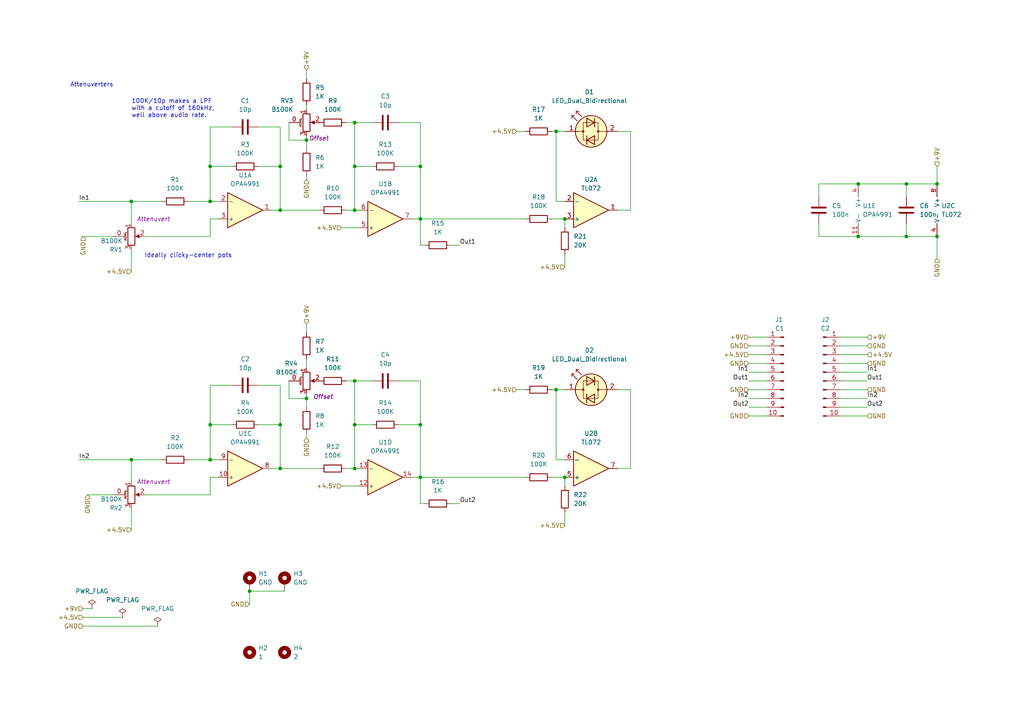
<source format=kicad_sch>
(kicad_sch (version 20211123) (generator eeschema)
  (paper "A4")
  (lib_symbols
    (symbol "Amplifier_Operational:MCP6004" (pin_names (offset 0.127))
      (property "Reference" "U" (at 0 5.08 0))
      (property "Value" "MCP6004" (at 0 -5.08 0))
      (symbol "MCP6004_1_1"
        (polyline (pts (xy -5.08 5.08) (xy 5.08 0) (xy -5.08 -5.08) (xy -5.08 5.08)) (stroke (width 0.254)) (fill (type background)))
        (pin output line (at 7.62 0 180) (length 2.54) (name "~") (number "1"))
        (pin input line (at -7.62 -2.54 0) (length 2.54) (name "-") (number "2"))
        (pin input line (at -7.62 2.54 0) (length 2.54) (name "+") (number "3"))
      )
      (symbol "MCP6004_2_1"
        (polyline (pts (xy -5.08 5.08) (xy 5.08 0) (xy -5.08 -5.08) (xy -5.08 5.08)) (stroke (width 0.254)) (fill (type background)))
        (pin input line (at -7.62 2.54 0) (length 2.54) (name "+") (number "5"))
        (pin input line (at -7.62 -2.54 0) (length 2.54) (name "-") (number "6"))
        (pin output line (at 7.62 0 180) (length 2.54) (name "~") (number "7"))
      )
      (symbol "MCP6004_3_1"
        (polyline (pts (xy -5.08 5.08) (xy 5.08 0) (xy -5.08 -5.08) (xy -5.08 5.08)) (stroke (width 0.254)) (fill (type background)))
        (pin input line (at -7.62 2.54 0) (length 2.54) (name "+") (number "10"))
        (pin output line (at 7.62 0 180) (length 2.54) (name "~") (number "8"))
        (pin input line (at -7.62 -2.54 0) (length 2.54) (name "-") (number "9"))
      )
      (symbol "MCP6004_4_1"
        (polyline (pts (xy -5.08 5.08) (xy 5.08 0) (xy -5.08 -5.08) (xy -5.08 5.08)) (stroke (width 0.254)) (fill (type background)))
        (pin input line (at -7.62 2.54 0) (length 2.54) (name "+") (number "12"))
        (pin input line (at -7.62 -2.54 0) (length 2.54) (name "-") (number "13"))
        (pin output line (at 7.62 0 180) (length 2.54) (name "~") (number "14"))
      )
      (symbol "MCP6004_5_1"
        (pin power_in line (at -2.54 -7.62 90) (length 3.81) (name "V-") (number "11"))
        (pin power_in line (at -2.54 7.62 270) (length 3.81) (name "V+") (number "4"))
      )
    )
    (symbol "Amplifier_Operational:TL072" (pin_names (offset 0.127))
      (property "Reference" "U" (at 0 5.08 0))
      (property "Value" "TL072" (at 0 -5.08 0))
      (symbol "TL072_1_1"
        (polyline (pts (xy -5.08 5.08) (xy 5.08 0) (xy -5.08 -5.08) (xy -5.08 5.08)) (stroke (width 0.254)) (fill (type background)))
        (pin output line (at 7.62 0 180) (length 2.54) (name "~") (number "1"))
        (pin input line (at -7.62 -2.54 0) (length 2.54) (name "-") (number "2"))
        (pin input line (at -7.62 2.54 0) (length 2.54) (name "+") (number "3"))
      )
      (symbol "TL072_2_1"
        (polyline (pts (xy -5.08 5.08) (xy 5.08 0) (xy -5.08 -5.08) (xy -5.08 5.08)) (stroke (width 0.254)) (fill (type background)))
        (pin input line (at -7.62 2.54 0) (length 2.54) (name "+") (number "5"))
        (pin input line (at -7.62 -2.54 0) (length 2.54) (name "-") (number "6"))
        (pin output line (at 7.62 0 180) (length 2.54) (name "~") (number "7"))
      )
      (symbol "TL072_3_1"
        (pin power_in line (at -2.54 -7.62 90) (length 3.81) (name "V-") (number "4"))
        (pin power_in line (at -2.54 7.62 270) (length 3.81) (name "V+") (number "8"))
      )
    )
    (symbol "Connector:Conn_01x10_Male" (pin_names (offset 1.016) hide)
      (property "Reference" "J" (at 0 12.7 0))
      (property "Value" "Conn_01x10_Male" (at 0 -15.24 0))
      (symbol "Conn_01x10_Male_1_1"
        (polyline (pts (xy 1.27 -12.7) (xy 0.8636 -12.7)) (stroke (width 0.1524)))
        (polyline (pts (xy 1.27 -10.16) (xy 0.8636 -10.16)) (stroke (width 0.1524)))
        (polyline (pts (xy 1.27 -7.62) (xy 0.8636 -7.62)) (stroke (width 0.1524)))
        (polyline (pts (xy 1.27 -5.08) (xy 0.8636 -5.08)) (stroke (width 0.1524)))
        (polyline (pts (xy 1.27 -2.54) (xy 0.8636 -2.54)) (stroke (width 0.1524)))
        (polyline (pts (xy 1.27 0) (xy 0.8636 0)) (stroke (width 0.1524)))
        (polyline (pts (xy 1.27 2.54) (xy 0.8636 2.54)) (stroke (width 0.1524)))
        (polyline (pts (xy 1.27 5.08) (xy 0.8636 5.08)) (stroke (width 0.1524)))
        (polyline (pts (xy 1.27 7.62) (xy 0.8636 7.62)) (stroke (width 0.1524)))
        (polyline (pts (xy 1.27 10.16) (xy 0.8636 10.16)) (stroke (width 0.1524)))
        (rectangle (start 0.8636 -12.573) (end 0 -12.827) (stroke (width 0.1524)) (fill (type outline)))
        (rectangle (start 0.8636 -10.033) (end 0 -10.287) (stroke (width 0.1524)) (fill (type outline)))
        (rectangle (start 0.8636 -7.493) (end 0 -7.747) (stroke (width 0.1524)) (fill (type outline)))
        (rectangle (start 0.8636 -4.953) (end 0 -5.207) (stroke (width 0.1524)) (fill (type outline)))
        (rectangle (start 0.8636 -2.413) (end 0 -2.667) (stroke (width 0.1524)) (fill (type outline)))
        (rectangle (start 0.8636 0.127) (end 0 -0.127) (stroke (width 0.1524)) (fill (type outline)))
        (rectangle (start 0.8636 2.667) (end 0 2.413) (stroke (width 0.1524)) (fill (type outline)))
        (rectangle (start 0.8636 5.207) (end 0 4.953) (stroke (width 0.1524)) (fill (type outline)))
        (rectangle (start 0.8636 7.747) (end 0 7.493) (stroke (width 0.1524)) (fill (type outline)))
        (rectangle (start 0.8636 10.287) (end 0 10.033) (stroke (width 0.1524)) (fill (type outline)))
        (pin passive line (at 5.08 10.16 180) (length 3.81) (name "Pin_1") (number "1"))
        (pin passive line (at 5.08 -12.7 180) (length 3.81) (name "Pin_10") (number "10"))
        (pin passive line (at 5.08 7.62 180) (length 3.81) (name "Pin_2") (number "2"))
        (pin passive line (at 5.08 5.08 180) (length 3.81) (name "Pin_3") (number "3"))
        (pin passive line (at 5.08 2.54 180) (length 3.81) (name "Pin_4") (number "4"))
        (pin passive line (at 5.08 0 180) (length 3.81) (name "Pin_5") (number "5"))
        (pin passive line (at 5.08 -2.54 180) (length 3.81) (name "Pin_6") (number "6"))
        (pin passive line (at 5.08 -5.08 180) (length 3.81) (name "Pin_7") (number "7"))
        (pin passive line (at 5.08 -7.62 180) (length 3.81) (name "Pin_8") (number "8"))
        (pin passive line (at 5.08 -10.16 180) (length 3.81) (name "Pin_9") (number "9"))
      )
    )
    (symbol "Device:C" (pin_numbers hide) (pin_names (offset 0.254))
      (property "Reference" "C" (at 0.635 2.54 0))
      (property "Value" "C" (at 0.635 -2.54 0))
      (symbol "C_0_1"
        (polyline (pts (xy -2.032 -0.762) (xy 2.032 -0.762)) (stroke (width 0.508)))
        (polyline (pts (xy -2.032 0.762) (xy 2.032 0.762)) (stroke (width 0.508)))
      )
      (symbol "C_1_1"
        (pin passive line (at 0 3.81 270) (length 2.794) (name "~") (number "1"))
        (pin passive line (at 0 -3.81 90) (length 2.794) (name "~") (number "2"))
      )
    )
    (symbol "Device:LED_Dual_Bidirectional" (pin_names (offset 0) hide)
      (property "Reference" "D" (at 0 5.715 0))
      (property "Value" "LED_Dual_Bidirectional" (at 0 -6.35 0))
      (symbol "LED_Dual_Bidirectional_0_1"
        (circle (center -2.032 0) (radius 0.254) (fill (type outline)))
        (polyline (pts (xy -4.572 0) (xy -2.54 0)))
        (polyline (pts (xy -2.032 0) (xy -2.54 0)))
        (polyline (pts (xy -1.016 3.81) (xy -1.016 1.27)) (stroke (width 0.254)))
        (polyline (pts (xy 1.27 -1.27) (xy 1.27 -3.81)) (stroke (width 0.254)))
        (polyline (pts (xy 4.064 0) (xy 2.286 0)) (fill (type outline)))
        (polyline (pts (xy 4.318 5.842) (xy 4.318 5.08)) (stroke (width 0.2032)))
        (polyline (pts (xy 5.588 4.572) (xy 5.588 3.81)) (stroke (width 0.2032)))
        (polyline (pts (xy 2.794 4.318) (xy 4.318 5.842) (xy 3.556 5.842)) (stroke (width 0.2032)))
        (polyline (pts (xy 4.064 3.048) (xy 5.588 4.572) (xy 4.826 4.572)) (stroke (width 0.2032)))
        (polyline (pts (xy -1.016 -1.27) (xy -1.016 -3.81) (xy 1.27 -2.54) (xy -1.016 -1.27)) (stroke (width 0.254)))
        (polyline (pts (xy 1.27 3.81) (xy 1.27 1.27) (xy -1.016 2.54) (xy 1.27 3.81)) (stroke (width 0.254)))
        (polyline (pts (xy 2.286 2.54) (xy -2.032 2.54) (xy -2.032 -2.54) (xy 2.286 -2.54) (xy 2.286 2.54)))
        (circle (center 0 0) (radius 4.572) (stroke (width 0.254)) (fill (type background)))
        (circle (center 2.286 0) (radius 0.254) (fill (type outline)))
      )
      (symbol "LED_Dual_Bidirectional_1_1"
        (pin input line (at 7.62 0 180) (length 3.81) (name "KA") (number "1"))
        (pin input line (at -7.62 0 0) (length 3.048) (name "AK") (number "2"))
      )
    )
    (symbol "Device:R" (pin_numbers hide) (pin_names (offset 0))
      (property "Reference" "R" (at 2.032 0 90))
      (property "Value" "R" (at 0 0 90))
      (symbol "R_0_1"
        (rectangle (start -1.016 -2.54) (end 1.016 2.54) (stroke (width 0.254)))
      )
      (symbol "R_1_1"
        (pin passive line (at 0 3.81 270) (length 1.27) (name "~") (number "1"))
        (pin passive line (at 0 -3.81 90) (length 1.27) (name "~") (number "2"))
      )
    )
    (symbol "Mechanical:MountingHole" (pin_names (offset 1.016))
      (property "Reference" "H" (at 0 5.08 0))
      (property "Value" "MountingHole" (at 0 3.175 0))
      (symbol "MountingHole_0_1"
        (circle (center 0 0) (radius 1.27) (stroke (width 1.27)))
      )
    )
    (symbol "Mechanical:MountingHole_Pad" (pin_numbers hide) (pin_names (offset 1.016) hide)
      (property "Reference" "H" (at 0 6.35 0))
      (property "Value" "MountingHole_Pad" (at 0 4.445 0))
      (symbol "MountingHole_Pad_0_1"
        (circle (center 0 1.27) (radius 1.27) (stroke (width 1.27)))
      )
      (symbol "MountingHole_Pad_1_1"
        (pin input line (at 0 -2.54 90) (length 2.54) (name "1") (number "1"))
      )
    )
    (symbol "R0904NB10KL-25KQ:R_Potentiometer_Shield" (pin_names (offset 1.016) hide)
      (property "Reference" "RV" (at -8.255 0 90))
      (property "Value" "R_Potentiometer_Shield" (at -6.35 0 90))
      (symbol "R_Potentiometer_Shield_0_1"
        (polyline (pts (xy 2.54 0) (xy 1.524 0)))
        (polyline (pts (xy 1.143 0) (xy 2.286 0.508) (xy 2.286 -0.508)) (fill (type outline)))
        (rectangle (start 1.016 2.54) (end -1.016 -2.54) (stroke (width 0.254)))
      )
      (symbol "R_Potentiometer_Shield_1_1"
        (polyline (pts (xy -2.032 1.016) (xy -2.032 -1.016)) (stroke (width 0.1524)))
        (text "Mounting" (at -1.651 0 900) (effects (font (size 0.381 0.381))))
        (pin passive line (at -5.08 0 0) (length 3.048) (name "ShieldPin") (number "0"))
        (pin passive line (at 0 3.81 270) (length 1.27) (name "1") (number "1"))
        (pin passive line (at 3.81 0 180) (length 1.27) (name "2") (number "2"))
        (pin passive line (at 0 -3.81 90) (length 1.27) (name "3") (number "3"))
      )
    )
    (symbol "power:PWR_FLAG" (power) (pin_numbers hide) (pin_names (offset 0) hide)
      (property "Value" "PWR_FLAG" (at 0 3.81 0))
      (symbol "PWR_FLAG_0_0"
        (pin power_out line (at 0 0 90) (length 0) (name "pwr") (number "1"))
      )
      (symbol "PWR_FLAG_0_1"
        (polyline (pts (xy 0 0) (xy 0 1.27) (xy -1.016 1.905) (xy 0 2.54) (xy 1.016 1.905) (xy 0 1.27)))
      )
    )
  )
  (junction (at 248.92 68.58))
  (junction (at 81.28 135.89))
  (junction (at 262.89 68.58))
  (junction (at 102.87 48.26))
  (junction (at 102.87 60.96))
  (junction (at 248.92 53.34))
  (junction (at 102.87 135.89))
  (junction (at 38.1 133.35))
  (junction (at 121.92 138.43))
  (junction (at 271.78 53.34))
  (junction (at 121.92 63.5))
  (junction (at 60.96 58.42))
  (junction (at 38.1 58.42))
  (junction (at 60.96 133.35))
  (junction (at 102.87 123.19))
  (junction (at 121.92 123.19))
  (junction (at 60.96 48.26))
  (junction (at 81.28 60.96))
  (junction (at 271.78 68.58))
  (junction (at 161.29 38.1))
  (junction (at 163.83 63.5))
  (junction (at 88.9 40.64))
  (junction (at 88.9 115.57))
  (junction (at 102.87 35.56))
  (junction (at 161.29 113.03))
  (junction (at 163.83 138.43))
  (junction (at 81.28 123.19))
  (junction (at 72.39 171.45))
  (junction (at 262.89 53.34))
  (junction (at 102.87 110.49))
  (junction (at 121.92 48.26))
  (junction (at 60.96 123.19))
  (junction (at 81.28 48.26))
  (wire (pts (xy 121.92 123.19) (xy 121.92 138.43)))
  (wire (pts (xy 81.28 135.89) (xy 92.71 135.89)))
  (wire (pts (xy 88.9 50.8) (xy 88.9 52.07)))
  (wire (pts (xy 237.49 57.15) (xy 237.49 53.34)))
  (wire (pts (xy 67.31 48.26) (xy 60.96 48.26)))
  (wire (pts (xy 262.89 53.34) (xy 262.89 57.15)))
  (wire (pts (xy 81.28 36.83) (xy 81.28 48.26)))
  (wire (pts (xy 182.88 135.89) (xy 179.07 135.89)))
  (wire (pts (xy 163.83 148.59) (xy 163.83 152.4)))
  (wire (pts (xy 115.57 110.49) (xy 121.92 110.49)))
  (wire (pts (xy 38.1 147.32) (xy 38.1 153.67)))
  (wire (pts (xy 74.93 48.26) (xy 81.28 48.26)))
  (wire (pts (xy 160.02 38.1) (xy 161.29 38.1)))
  (wire (pts (xy 271.78 68.58) (xy 271.78 74.93)))
  (wire (pts (xy 88.9 114.3) (xy 88.9 115.57)))
  (wire (pts (xy 121.92 110.49) (xy 121.92 123.19)))
  (wire (pts (xy 121.92 63.5) (xy 119.38 63.5)))
  (wire (pts (xy 81.28 60.96) (xy 92.71 60.96)))
  (wire (pts (xy 72.39 171.45) (xy 72.39 175.26)))
  (wire (pts (xy 161.29 38.1) (xy 163.83 38.1)))
  (wire (pts (xy 152.4 38.1) (xy 149.86 38.1)))
  (wire (pts (xy 243.84 120.65) (xy 251.46 120.65)))
  (wire (pts (xy 163.83 138.43) (xy 163.83 140.97)))
  (wire (pts (xy 121.92 138.43) (xy 152.4 138.43)))
  (wire (pts (xy 54.61 58.42) (xy 60.96 58.42)))
  (wire (pts (xy 237.49 53.34) (xy 248.92 53.34)))
  (wire (pts (xy 60.96 68.58) (xy 41.91 68.58)))
  (wire (pts (xy 163.83 73.66) (xy 163.83 77.47)))
  (wire (pts (xy 182.88 113.03) (xy 182.88 135.89)))
  (wire (pts (xy 74.93 111.76) (xy 81.28 111.76)))
  (wire (pts (xy 38.1 72.39) (xy 38.1 78.74)))
  (wire (pts (xy 81.28 123.19) (xy 81.28 135.89)))
  (wire (pts (xy 38.1 58.42) (xy 46.99 58.42)))
  (wire (pts (xy 60.96 48.26) (xy 60.96 58.42)))
  (wire (pts (xy 182.88 60.96) (xy 179.07 60.96)))
  (wire (pts (xy 121.92 35.56) (xy 121.92 48.26)))
  (wire (pts (xy 24.13 179.07) (xy 35.56 179.07)))
  (wire (pts (xy 121.92 138.43) (xy 119.38 138.43)))
  (wire (pts (xy 115.57 48.26) (xy 121.92 48.26)))
  (wire (pts (xy 107.95 123.19) (xy 102.87 123.19)))
  (wire (pts (xy 83.82 115.57) (xy 88.9 115.57)))
  (wire (pts (xy 88.9 125.73) (xy 88.9 127)))
  (wire (pts (xy 78.74 135.89) (xy 81.28 135.89)))
  (wire (pts (xy 67.31 111.76) (xy 60.96 111.76)))
  (wire (pts (xy 217.17 100.33) (xy 222.25 100.33)))
  (wire (pts (xy 100.33 135.89) (xy 102.87 135.89)))
  (wire (pts (xy 102.87 110.49) (xy 100.33 110.49)))
  (wire (pts (xy 67.31 123.19) (xy 60.96 123.19)))
  (wire (pts (xy 102.87 110.49) (xy 102.87 123.19)))
  (wire (pts (xy 24.13 68.58) (xy 33.02 68.58)))
  (wire (pts (xy 60.96 63.5) (xy 60.96 68.58)))
  (wire (pts (xy 60.96 58.42) (xy 63.5 58.42)))
  (wire (pts (xy 179.07 113.03) (xy 182.88 113.03)))
  (wire (pts (xy 88.9 30.48) (xy 88.9 31.75)))
  (wire (pts (xy 22.86 133.35) (xy 38.1 133.35)))
  (wire (pts (xy 237.49 68.58) (xy 237.49 64.77)))
  (wire (pts (xy 152.4 113.03) (xy 149.86 113.03)))
  (wire (pts (xy 67.31 36.83) (xy 60.96 36.83)))
  (wire (pts (xy 88.9 93.98) (xy 88.9 96.52)))
  (wire (pts (xy 83.82 40.64) (xy 88.9 40.64)))
  (wire (pts (xy 24.13 176.53) (xy 26.67 176.53)))
  (wire (pts (xy 217.17 105.41) (xy 222.25 105.41)))
  (wire (pts (xy 88.9 20.32) (xy 88.9 22.86)))
  (wire (pts (xy 60.96 123.19) (xy 60.96 133.35)))
  (wire (pts (xy 115.57 35.56) (xy 121.92 35.56)))
  (wire (pts (xy 25.4 143.51) (xy 33.02 143.51)))
  (wire (pts (xy 248.92 68.58) (xy 237.49 68.58)))
  (wire (pts (xy 102.87 48.26) (xy 102.87 60.96)))
  (wire (pts (xy 243.84 107.95) (xy 251.46 107.95)))
  (wire (pts (xy 243.84 115.57) (xy 251.46 115.57)))
  (wire (pts (xy 99.06 140.97) (xy 104.14 140.97)))
  (wire (pts (xy 24.13 181.61) (xy 45.72 181.61)))
  (wire (pts (xy 161.29 113.03) (xy 161.29 133.35)))
  (wire (pts (xy 121.92 63.5) (xy 152.4 63.5)))
  (wire (pts (xy 248.92 68.58) (xy 262.89 68.58)))
  (wire (pts (xy 102.87 135.89) (xy 104.14 135.89)))
  (wire (pts (xy 60.96 138.43) (xy 60.96 143.51)))
  (wire (pts (xy 243.84 105.41) (xy 251.46 105.41)))
  (wire (pts (xy 78.74 60.96) (xy 81.28 60.96)))
  (wire (pts (xy 81.28 111.76) (xy 81.28 123.19)))
  (wire (pts (xy 88.9 104.14) (xy 88.9 106.68)))
  (wire (pts (xy 262.89 53.34) (xy 271.78 53.34)))
  (wire (pts (xy 160.02 63.5) (xy 163.83 63.5)))
  (wire (pts (xy 54.61 133.35) (xy 60.96 133.35)))
  (wire (pts (xy 121.92 71.12) (xy 123.19 71.12)))
  (wire (pts (xy 217.17 120.65) (xy 222.25 120.65)))
  (wire (pts (xy 72.39 171.45) (xy 82.55 171.45)))
  (wire (pts (xy 217.17 115.57) (xy 222.25 115.57)))
  (wire (pts (xy 38.1 133.35) (xy 46.99 133.35)))
  (wire (pts (xy 262.89 68.58) (xy 271.78 68.58)))
  (wire (pts (xy 60.96 63.5) (xy 63.5 63.5)))
  (wire (pts (xy 130.81 71.12) (xy 133.35 71.12)))
  (wire (pts (xy 83.82 35.56) (xy 83.82 40.64)))
  (wire (pts (xy 243.84 97.79) (xy 251.46 97.79)))
  (wire (pts (xy 121.92 138.43) (xy 121.92 146.05)))
  (wire (pts (xy 217.17 102.87) (xy 222.25 102.87)))
  (wire (pts (xy 102.87 110.49) (xy 107.95 110.49)))
  (wire (pts (xy 38.1 58.42) (xy 38.1 64.77)))
  (wire (pts (xy 163.83 63.5) (xy 163.83 66.04)))
  (wire (pts (xy 160.02 138.43) (xy 163.83 138.43)))
  (wire (pts (xy 60.96 111.76) (xy 60.96 123.19)))
  (wire (pts (xy 161.29 38.1) (xy 161.29 58.42)))
  (wire (pts (xy 74.93 36.83) (xy 81.28 36.83)))
  (wire (pts (xy 22.86 58.42) (xy 38.1 58.42)))
  (wire (pts (xy 182.88 38.1) (xy 182.88 60.96)))
  (wire (pts (xy 243.84 102.87) (xy 251.46 102.87)))
  (wire (pts (xy 160.02 113.03) (xy 161.29 113.03)))
  (wire (pts (xy 60.96 138.43) (xy 63.5 138.43)))
  (wire (pts (xy 102.87 35.56) (xy 100.33 35.56)))
  (wire (pts (xy 179.07 38.1) (xy 182.88 38.1)))
  (wire (pts (xy 130.81 146.05) (xy 133.35 146.05)))
  (wire (pts (xy 102.87 35.56) (xy 102.87 48.26)))
  (wire (pts (xy 217.17 110.49) (xy 222.25 110.49)))
  (wire (pts (xy 121.92 63.5) (xy 121.92 71.12)))
  (wire (pts (xy 161.29 133.35) (xy 163.83 133.35)))
  (wire (pts (xy 243.84 113.03) (xy 251.46 113.03)))
  (wire (pts (xy 102.87 123.19) (xy 102.87 135.89)))
  (wire (pts (xy 38.1 133.35) (xy 38.1 139.7)))
  (wire (pts (xy 88.9 115.57) (xy 88.9 118.11)))
  (wire (pts (xy 60.96 133.35) (xy 63.5 133.35)))
  (wire (pts (xy 74.93 123.19) (xy 81.28 123.19)))
  (wire (pts (xy 88.9 40.64) (xy 88.9 43.18)))
  (wire (pts (xy 102.87 35.56) (xy 107.95 35.56)))
  (wire (pts (xy 161.29 113.03) (xy 163.83 113.03)))
  (wire (pts (xy 102.87 60.96) (xy 104.14 60.96)))
  (wire (pts (xy 88.9 39.37) (xy 88.9 40.64)))
  (wire (pts (xy 161.29 58.42) (xy 163.83 58.42)))
  (wire (pts (xy 217.17 118.11) (xy 222.25 118.11)))
  (wire (pts (xy 100.33 60.96) (xy 102.87 60.96)))
  (wire (pts (xy 243.84 118.11) (xy 251.46 118.11)))
  (wire (pts (xy 60.96 143.51) (xy 41.91 143.51)))
  (wire (pts (xy 271.78 48.26) (xy 271.78 53.34)))
  (wire (pts (xy 248.92 53.34) (xy 262.89 53.34)))
  (wire (pts (xy 217.17 97.79) (xy 222.25 97.79)))
  (wire (pts (xy 243.84 100.33) (xy 251.46 100.33)))
  (wire (pts (xy 121.92 48.26) (xy 121.92 63.5)))
  (wire (pts (xy 60.96 36.83) (xy 60.96 48.26)))
  (wire (pts (xy 217.17 113.03) (xy 222.25 113.03)))
  (wire (pts (xy 81.28 48.26) (xy 81.28 60.96)))
  (wire (pts (xy 262.89 64.77) (xy 262.89 68.58)))
  (wire (pts (xy 107.95 48.26) (xy 102.87 48.26)))
  (wire (pts (xy 121.92 146.05) (xy 123.19 146.05)))
  (wire (pts (xy 243.84 110.49) (xy 251.46 110.49)))
  (wire (pts (xy 217.17 107.95) (xy 222.25 107.95)))
  (wire (pts (xy 99.06 66.04) (xy 104.14 66.04)))
  (wire (pts (xy 115.57 123.19) (xy 121.92 123.19)))
  (wire (pts (xy 83.82 110.49) (xy 83.82 115.57)))
  (text "Attenuverters" (at 20.32 25.4 0) (effects (font (size 1.27 1.27)) (justify left bottom)))
  (text "Ideally clicky-center pots\n" (at 41.91 74.93 0) (effects (font (size 1.27 1.27)) (justify left bottom)))
  (text "100K/10p makes a LPF\nwith a cutoff of 160kHz,\nwell above audio rate." (at 38.1 34.29 0) (effects (font (size 1.27 1.27)) (justify left bottom)))
  (label "In1" (at 251.46 107.95 0))
  (label "In1" (at 22.86 58.42 0))
  (label "Out1" (at 251.46 110.49 0))
  (label "In2" (at 22.86 133.35 0))
  (label "Out1" (at 217.17 110.49 180))
  (label "Out2" (at 217.17 118.11 180))
  (label "Out1" (at 133.35 71.12 0))
  (label "In1" (at 217.17 107.95 180))
  (label "In2" (at 251.46 115.57 0))
  (label "In2" (at 217.17 115.57 180))
  (label "Out2" (at 133.35 146.05 0))
  (label "Out2" (at 251.46 118.11 0))
  (hierarchical_label "GND" (shape input) (at 217.17 105.41 180))
  (hierarchical_label "GND" (shape input) (at 217.17 100.33 180))
  (hierarchical_label "+4.5V" (shape input) (at 251.46 102.87 0))
  (hierarchical_label "GND" (shape input) (at 217.17 120.65 180))
  (hierarchical_label "+4.5V" (shape input) (at 38.1 78.74 180))
  (hierarchical_label "GND" (shape input) (at 251.46 113.03 0))
  (hierarchical_label "+4.5V" (shape input) (at 99.06 66.04 180))
  (hierarchical_label "+9V" (shape input) (at 88.9 93.98 90))
  (hierarchical_label "GND" (shape input) (at 251.46 120.65 0))
  (hierarchical_label "+9V" (shape input) (at 271.78 48.26 90))
  (hierarchical_label "GND" (shape input) (at 25.4 143.51 270))
  (hierarchical_label "+9V" (shape input) (at 251.46 97.79 0))
  (hierarchical_label "GND" (shape input) (at 251.46 105.41 0))
  (hierarchical_label "GND" (shape input) (at 88.9 127 270))
  (hierarchical_label "GND" (shape input) (at 251.46 100.33 0))
  (hierarchical_label "+4.5V" (shape input) (at 217.17 102.87 180))
  (hierarchical_label "GND" (shape input) (at 88.9 52.07 270))
  (hierarchical_label "+4.5V" (shape input) (at 24.13 179.07 180))
  (hierarchical_label "+4.5V" (shape input) (at 149.86 38.1 180))
  (hierarchical_label "+4.5V" (shape input) (at 163.83 152.4 180))
  (hierarchical_label "+4.5V" (shape input) (at 38.1 153.67 180))
  (hierarchical_label "+9V" (shape input) (at 217.17 97.79 180))
  (hierarchical_label "GND" (shape input) (at 72.39 175.26 180))
  (hierarchical_label "+4.5V" (shape input) (at 99.06 140.97 180))
  (hierarchical_label "GND" (shape input) (at 24.13 181.61 180))
  (hierarchical_label "GND" (shape input) (at 24.13 68.58 270))
  (hierarchical_label "GND" (shape input) (at 271.78 74.93 270))
  (hierarchical_label "GND" (shape input) (at 217.17 113.03 180))
  (hierarchical_label "+9V" (shape input) (at 88.9 20.32 90))
  (hierarchical_label "+4.5V" (shape input) (at 149.86 113.03 180))
  (hierarchical_label "+4.5V" (shape input) (at 163.83 77.47 180))
  (hierarchical_label "+9V" (shape input) (at 24.13 176.53 180))
  (symbol (lib_id "Device:C") (at 237.49 60.96 0) (unit 1)
    (property "Reference" "C5" (at 241.3 59.6899 0) (effects (justify left)))
    (property "Value" "100n" (at 241.3 62.2299 0) (effects (justify left)))
    (property "Footprint" "Capacitor_SMD:C_0603_1608Metric_Pad1.08x0.95mm_HandSolder" (effects hide))
    (property "LCSC" "C497032" (effects hide))
    (property "Role" "ic-bypass" (effects hide))
  )
  (symbol (lib_id "Device:R") (at 163.83 144.78 0) (unit 1)
    (property "Reference" "R22" (at 166.37 143.5099 0) (effects (justify left)))
    (property "Value" "20K" (at 166.37 146.0499 0) (effects (justify left)))
    (property "Footprint" "Resistor_SMD:R_0603_1608Metric_Pad0.98x0.95mm_HandSolder" (effects hide))
    (property "LCSC" "C2907011" (effects hide))
  )
  (symbol (lib_id "R0904NB10KL-25KQ:R_Potentiometer_Shield") (at 88.9 110.49 0) (unit 1)
    (property "Reference" "RV4" (at 86.36 105.41 0) (effects (justify right)))
    (property "Value" "B100K" (at 86.36 107.95 0) (effects (justify right)))
    (property "Footprint" "R0904NB10KL-25KQ:V3_TRIM_R0904NB10KL-Keepout" (effects hide))
    (property "Role" "Offset" (at 96.52 114.3 0) (effects (font italic) (justify right top)))
  )
  (symbol (lib_id "Amplifier_Operational:MCP6004") (at 111.76 138.43 0) (mirror x) (unit 4)
    (property "Reference" "U1" (at 111.76 128.27 0))
    (property "Value" "OPA4991" (at 111.76 130.81 0))
    (property "Footprint" "Package_SO:SOIC-14_3.9x8.7mm_P1.27mm" (effects hide))
    (property "Datasheet" "http://ww1.microchip.com/downloads/en/DeviceDoc/21733j.pdf" (effects hide))
    (property "LCSC" "C2860973" (effects hide))
  )
  (symbol (lib_id "Device:R") (at 127 71.12 270) (unit 1)
    (property "Reference" "R15" (at 127 64.77 90))
    (property "Value" "1K" (at 127 67.31 90))
    (property "Footprint" "Resistor_SMD:R_0603_1608Metric_Pad0.98x0.95mm_HandSolder" (effects hide))
    (property "LCSC" "C2907002" (effects hide))
  )
  (symbol (lib_id "Device:LED_Dual_Bidirectional") (at 171.45 113.03 0) (mirror y) (unit 1)
    (property "Reference" "D2" (at 170.9547 101.6 0))
    (property "Value" "LED_Dual_Bidirectional" (at 170.9547 104.14 0))
    (property "Footprint" "LED_THT:LED_D3.0mm" (effects hide))
  )
  (symbol (lib_id "Mechanical:MountingHole_Pad") (at 72.39 168.91 0) (unit 1)
    (property "Reference" "H1" (at 74.93 166.3699 0) (effects (justify left)))
    (property "Value" "GND" (at 74.93 168.9099 0) (effects (justify left)))
    (property "Footprint" "MountingHole:MountingHole_3.2mm_M3_ISO14580_Pad" (effects hide))
  )
  (symbol (lib_id "Device:R") (at 88.9 121.92 0) (unit 1)
    (property "Reference" "R8" (at 91.44 120.6499 0) (effects (justify left)))
    (property "Value" "1K" (at 91.44 123.1899 0) (effects (justify left)))
    (property "Footprint" "Resistor_SMD:R_0603_1608Metric_Pad0.98x0.95mm_HandSolder" (effects hide))
    (property "LCSC" "C2907002" (effects hide))
  )
  (symbol (lib_id "Device:R") (at 71.12 48.26 270) (unit 1)
    (property "Reference" "R3" (at 71.12 41.91 90))
    (property "Value" "100K" (at 71.12 44.45 90))
    (property "Footprint" "Resistor_SMD:R_0603_1608Metric_Pad0.98x0.95mm_HandSolder" (effects hide))
    (property "LCSC" "C14675" (effects hide))
  )
  (symbol (lib_id "Device:R") (at 156.21 113.03 270) (unit 1)
    (property "Reference" "R19" (at 156.21 106.68 90))
    (property "Value" "1K" (at 156.21 109.22 90))
    (property "Footprint" "Resistor_SMD:R_0603_1608Metric_Pad0.98x0.95mm_HandSolder" (effects hide))
    (property "LCSC" "C2907002" (effects hide))
  )
  (symbol (lib_id "power:PWR_FLAG") (at 26.67 176.53 0) (unit 1)
    (property "Reference" "#FLG01" (effects hide))
    (property "Value" "PWR_FLAG" (at 26.67 171.45 0))
  )
  (symbol (lib_id "Device:R") (at 156.21 38.1 270) (unit 1)
    (property "Reference" "R17" (at 156.21 31.75 90))
    (property "Value" "1K" (at 156.21 34.29 90))
    (property "Footprint" "Resistor_SMD:R_0603_1608Metric_Pad0.98x0.95mm_HandSolder" (effects hide))
    (property "LCSC" "C2907002" (effects hide))
  )
  (symbol (lib_id "R0904NB10KL-25KQ:R_Potentiometer_Shield") (at 88.9 35.56 0) (unit 1)
    (property "Reference" "RV3" (at 85.09 29.21 0) (effects (justify right)))
    (property "Value" "B100K" (at 85.09 31.75 0) (effects (justify right)))
    (property "Footprint" "R0904NB10KL-25KQ:V3_TRIM_R0904NB10KL-Keepout" (effects hide))
    (property "Role" "Offset" (at 95.25 39.37 0) (effects (font italic) (justify right top)))
  )
  (symbol (lib_id "Device:R") (at 88.9 46.99 0) (unit 1)
    (property "Reference" "R6" (at 91.44 45.7199 0) (effects (justify left)))
    (property "Value" "1K" (at 91.44 48.2599 0) (effects (justify left)))
    (property "Footprint" "Resistor_SMD:R_0603_1608Metric_Pad0.98x0.95mm_HandSolder" (effects hide))
    (property "LCSC" "C2907002" (effects hide))
  )
  (symbol (lib_id "R0904NB10KL-25KQ:R_Potentiometer_Shield") (at 38.1 143.51 0) (unit 1)
    (property "Reference" "RV2" (at 35.56 147.32 0) (effects (justify right)))
    (property "Value" "B100K" (at 35.56 144.78 0) (effects (justify right)))
    (property "Footprint" "R0904NB10KL-25KQ:V3_TRIM_R0904NB10KL-Keepout" (effects hide))
    (property "Role" "Attenuvert" (at 44.45 139.7 0) (effects (font italic)))
  )
  (symbol (lib_id "Device:C") (at 71.12 36.83 90) (unit 1)
    (property "Reference" "C1" (at 71.12 29.21 90))
    (property "Value" "10p" (at 71.12 31.75 90))
    (property "Footprint" "Capacitor_SMD:C_0603_1608Metric_Pad1.08x0.95mm_HandSolder" (effects hide))
    (property "LCSC" "C91367" (effects hide))
    (property "Role" "opamp-filter" (effects hide))
  )
  (symbol (lib_id "Amplifier_Operational:MCP6004") (at 71.12 135.89 0) (mirror x) (unit 3)
    (property "Reference" "U1" (at 71.12 125.73 0))
    (property "Value" "OPA4991" (at 71.12 128.27 0))
    (property "Footprint" "Package_SO:SOIC-14_3.9x8.7mm_P1.27mm" (effects hide))
    (property "Datasheet" "http://ww1.microchip.com/downloads/en/DeviceDoc/21733j.pdf" (effects hide))
    (property "LCSC" "C2860973" (effects hide))
  )
  (symbol (lib_id "Amplifier_Operational:MCP6004") (at 71.12 60.96 0) (mirror x) (unit 1)
    (property "Reference" "U1" (at 71.12 50.8 0))
    (property "Value" "OPA4991" (at 71.12 53.34 0))
    (property "Footprint" "Package_SO:SOIC-14_3.9x8.7mm_P1.27mm" (effects hide))
    (property "Datasheet" "http://ww1.microchip.com/downloads/en/DeviceDoc/21733j.pdf" (effects hide))
    (property "LCSC" "C2860973" (effects hide))
  )
  (symbol (lib_id "Device:R") (at 96.52 135.89 270) (unit 1)
    (property "Reference" "R12" (at 96.52 129.54 90))
    (property "Value" "100K" (at 96.52 132.08 90))
    (property "Footprint" "Resistor_SMD:R_0603_1608Metric_Pad0.98x0.95mm_HandSolder" (effects hide))
    (property "LCSC" "C14675" (effects hide))
  )
  (symbol (lib_id "Mechanical:MountingHole_Pad") (at 82.55 168.91 0) (unit 1)
    (property "Reference" "H3" (at 85.09 166.3699 0) (effects (justify left)))
    (property "Value" "GND" (at 85.09 168.9099 0) (effects (justify left)))
    (property "Footprint" "MountingHole:MountingHole_3.2mm_M3_ISO14580_Pad" (effects hide))
  )
  (symbol (lib_id "Amplifier_Operational:TL072") (at 171.45 135.89 0) (mirror x) (unit 2)
    (property "Reference" "U2" (at 171.45 125.73 0))
    (property "Value" "TL072" (at 171.45 128.27 0))
    (property "Footprint" "Package_SO:SOIC-8_3.9x4.9mm_P1.27mm" (effects hide))
    (property "Datasheet" "http://www.ti.com/lit/ds/symlink/tl071.pdf" (effects hide))
    (property "LCSC" "C67473" (effects hide))
  )
  (symbol (lib_id "Device:R") (at 127 146.05 270) (unit 1)
    (property "Reference" "R16" (at 127 139.7 90))
    (property "Value" "1K" (at 127 142.24 90))
    (property "Footprint" "Resistor_SMD:R_0603_1608Metric_Pad0.98x0.95mm_HandSolder" (effects hide))
    (property "LCSC" "C2907002" (effects hide))
  )
  (symbol (lib_id "Connector:Conn_01x10_Male") (at 227.33 107.95 0) (mirror y) (unit 1)
    (property "Reference" "J1" (at 224.79 92.71 0) (effects (justify right)))
    (property "Value" "C1" (at 224.79 95.25 0) (effects (justify right)))
    (property "Footprint" "Connector_PinSocket_2.54mm:PinSocket_1x10_P2.54mm_Vertical" (effects hide))
  )
  (symbol (lib_id "Device:C") (at 111.76 110.49 90) (unit 1)
    (property "Reference" "C4" (at 111.76 102.87 90))
    (property "Value" "10p" (at 111.76 105.41 90))
    (property "Footprint" "Capacitor_SMD:C_0603_1608Metric_Pad1.08x0.95mm_HandSolder" (effects hide))
    (property "LCSC" "C91367" (effects hide))
    (property "Role" "opamp-filter" (effects hide))
  )
  (symbol (lib_id "Device:R") (at 156.21 63.5 270) (unit 1)
    (property "Reference" "R18" (at 156.21 57.15 90))
    (property "Value" "100K" (at 156.21 59.69 90))
    (property "Footprint" "Resistor_SMD:R_0603_1608Metric_Pad0.98x0.95mm_HandSolder" (effects hide))
    (property "LCSC" "C14675" (effects hide))
  )
  (symbol (lib_id "Mechanical:MountingHole") (at 82.55 189.23 0) (unit 1)
    (property "Reference" "H4" (at 85.09 187.9599 0) (effects (justify left)))
    (property "Value" "2" (at 85.09 190.4999 0) (effects (justify left)))
    (property "Footprint" "MountingHole:MountingHole_3.2mm_M3" (effects hide))
  )
  (symbol (lib_id "Device:R") (at 111.76 48.26 270) (unit 1)
    (property "Reference" "R13" (at 111.76 41.91 90))
    (property "Value" "100K" (at 111.76 44.45 90))
    (property "Footprint" "Resistor_SMD:R_0603_1608Metric_Pad0.98x0.95mm_HandSolder" (effects hide))
    (property "LCSC" "C14675" (effects hide))
  )
  (symbol (lib_id "power:PWR_FLAG") (at 35.56 179.07 0) (unit 1)
    (property "Reference" "#FLG02" (effects hide))
    (property "Value" "PWR_FLAG" (at 35.56 173.99 0))
  )
  (symbol (lib_id "Device:R") (at 163.83 69.85 0) (unit 1)
    (property "Reference" "R21" (at 166.37 68.5799 0) (effects (justify left)))
    (property "Value" "20K" (at 166.37 71.1199 0) (effects (justify left)))
    (property "Footprint" "Resistor_SMD:R_0603_1608Metric_Pad0.98x0.95mm_HandSolder" (effects hide))
    (property "LCSC" "C2907011" (effects hide))
  )
  (symbol (lib_id "R0904NB10KL-25KQ:R_Potentiometer_Shield") (at 38.1 68.58 0) (unit 1)
    (property "Reference" "RV1" (at 35.56 72.39 0) (effects (justify right)))
    (property "Value" "B100K" (at 35.56 69.85 0) (effects (justify right)))
    (property "Footprint" "R0904NB10KL-25KQ:V3_TRIM_R0904NB10KL-Keepout" (effects hide))
    (property "Role" "Attenuvert" (at 44.45 63.5 0) (effects (font italic)))
  )
  (symbol (lib_id "Device:R") (at 50.8 133.35 90) (unit 1)
    (property "Reference" "R2" (at 50.8 127 90))
    (property "Value" "100K" (at 50.8 129.54 90))
    (property "Footprint" "Resistor_SMD:R_0603_1608Metric_Pad0.98x0.95mm_HandSolder" (effects hide))
    (property "LCSC" "C14675" (effects hide))
  )
  (symbol (lib_id "power:PWR_FLAG") (at 45.72 181.61 0) (unit 1)
    (property "Reference" "#FLG03" (effects hide))
    (property "Value" "PWR_FLAG" (at 45.72 176.53 0))
  )
  (symbol (lib_id "Amplifier_Operational:MCP6004") (at 111.76 63.5 0) (mirror x) (unit 2)
    (property "Reference" "U1" (at 111.76 53.34 0))
    (property "Value" "OPA4991" (at 111.76 55.88 0))
    (property "Footprint" "Package_SO:SOIC-14_3.9x8.7mm_P1.27mm" (effects hide))
    (property "Datasheet" "http://ww1.microchip.com/downloads/en/DeviceDoc/21733j.pdf" (effects hide))
    (property "LCSC" "C2860973" (effects hide))
  )
  (symbol (lib_id "Device:LED_Dual_Bidirectional") (at 171.45 38.1 0) (mirror y) (unit 1)
    (property "Reference" "D1" (at 170.9547 26.67 0))
    (property "Value" "LED_Dual_Bidirectional" (at 170.9547 29.21 0))
    (property "Footprint" "LED_THT:LED_D3.0mm" (effects hide))
  )
  (symbol (lib_id "Amplifier_Operational:MCP6004") (at 251.46 60.96 0) (unit 5)
    (property "Reference" "U1" (at 250.19 59.6899 0) (effects (justify left)))
    (property "Value" "OPA4991" (at 250.19 62.2299 0) (effects (justify left)))
    (property "Footprint" "Package_SO:SOIC-14_3.9x8.7mm_P1.27mm" (effects hide))
    (property "Datasheet" "http://ww1.microchip.com/downloads/en/DeviceDoc/21733j.pdf" (effects hide))
    (property "LCSC" "C2860973" (effects hide))
  )
  (symbol (lib_id "Device:R") (at 96.52 110.49 270) (unit 1)
    (property "Reference" "R11" (at 96.52 104.14 90))
    (property "Value" "100K" (at 96.52 106.68 90))
    (property "Footprint" "Resistor_SMD:R_0603_1608Metric_Pad0.98x0.95mm_HandSolder" (effects hide))
    (property "LCSC" "C14675" (effects hide))
  )
  (symbol (lib_id "Device:R") (at 96.52 35.56 270) (unit 1)
    (property "Reference" "R9" (at 96.52 29.21 90))
    (property "Value" "100K" (at 96.52 31.75 90))
    (property "Footprint" "Resistor_SMD:R_0603_1608Metric_Pad0.98x0.95mm_HandSolder" (effects hide))
    (property "LCSC" "C14675" (effects hide))
  )
  (symbol (lib_id "Device:R") (at 71.12 123.19 270) (unit 1)
    (property "Reference" "R4" (at 71.12 116.84 90))
    (property "Value" "100K" (at 71.12 119.38 90))
    (property "Footprint" "Resistor_SMD:R_0603_1608Metric_Pad0.98x0.95mm_HandSolder" (effects hide))
    (property "LCSC" "C14675" (effects hide))
  )
  (symbol (lib_id "Device:R") (at 88.9 100.33 180) (unit 1)
    (property "Reference" "R7" (at 91.44 99.0599 0) (effects (justify right)))
    (property "Value" "1K" (at 91.44 101.5999 0) (effects (justify right)))
    (property "Footprint" "Resistor_SMD:R_0603_1608Metric_Pad0.98x0.95mm_HandSolder" (effects hide))
    (property "LCSC" "C2907002" (effects hide))
  )
  (symbol (lib_id "Device:C") (at 71.12 111.76 90) (unit 1)
    (property "Reference" "C2" (at 71.12 104.14 90))
    (property "Value" "10p" (at 71.12 106.68 90))
    (property "Footprint" "Capacitor_SMD:C_0603_1608Metric_Pad1.08x0.95mm_HandSolder" (effects hide))
    (property "LCSC" "C91367" (effects hide))
    (property "Role" "opamp-filter" (effects hide))
  )
  (symbol (lib_id "Amplifier_Operational:TL072") (at 171.45 60.96 0) (mirror x) (unit 1)
    (property "Reference" "U2" (at 171.45 52.07 0))
    (property "Value" "TL072" (at 171.45 54.61 0))
    (property "Footprint" "Package_SO:SOIC-8_3.9x4.9mm_P1.27mm" (effects hide))
    (property "Datasheet" "http://www.ti.com/lit/ds/symlink/tl071.pdf" (effects hide))
    (property "LCSC" "C67473" (effects hide))
  )
  (symbol (lib_id "Device:C") (at 262.89 60.96 0) (unit 1)
    (property "Reference" "C6" (at 266.7 59.6899 0) (effects (justify left)))
    (property "Value" "100n" (at 266.7 62.2299 0) (effects (justify left)))
    (property "Footprint" "Capacitor_SMD:C_0603_1608Metric_Pad1.08x0.95mm_HandSolder" (effects hide))
    (property "LCSC" "C497032" (effects hide))
    (property "Role" "ic-bypass" (effects hide))
  )
  (symbol (lib_id "Mechanical:MountingHole") (at 72.39 189.23 0) (unit 1)
    (property "Reference" "H2" (at 74.93 187.9599 0) (effects (justify left)))
    (property "Value" "1" (at 74.93 190.4999 0) (effects (justify left)))
    (property "Footprint" "MountingHole:MountingHole_3.2mm_M3" (effects hide))
  )
  (symbol (lib_id "Connector:Conn_01x10_Male") (at 238.76 107.95 0) (unit 1)
    (property "Reference" "J2" (at 239.395 92.71 0))
    (property "Value" "C2" (at 239.395 95.25 0))
    (property "Footprint" "Connector_PinSocket_2.54mm:PinSocket_1x10_P2.54mm_Vertical" (effects hide))
  )
  (symbol (lib_id "Device:R") (at 111.76 123.19 270) (unit 1)
    (property "Reference" "R14" (at 111.76 116.84 90))
    (property "Value" "100K" (at 111.76 119.38 90))
    (property "Footprint" "Resistor_SMD:R_0603_1608Metric_Pad0.98x0.95mm_HandSolder" (effects hide))
    (property "LCSC" "C14675" (effects hide))
  )
  (symbol (lib_id "Device:R") (at 96.52 60.96 270) (unit 1)
    (property "Reference" "R10" (at 96.52 54.61 90))
    (property "Value" "100K" (at 96.52 57.15 90))
    (property "Footprint" "Resistor_SMD:R_0603_1608Metric_Pad0.98x0.95mm_HandSolder" (effects hide))
    (property "LCSC" "C14675" (effects hide))
  )
  (symbol (lib_id "Device:R") (at 156.21 138.43 270) (unit 1)
    (property "Reference" "R20" (at 156.21 132.08 90))
    (property "Value" "100K" (at 156.21 134.62 90))
    (property "Footprint" "Resistor_SMD:R_0603_1608Metric_Pad0.98x0.95mm_HandSolder" (effects hide))
    (property "LCSC" "C14675" (effects hide))
  )
  (symbol (lib_id "Amplifier_Operational:TL072") (at 274.32 60.96 0) (unit 3)
    (property "Reference" "U2" (at 273.05 59.6899 0) (effects (justify left)))
    (property "Value" "TL072" (at 273.05 62.2299 0) (effects (justify left)))
    (property "Footprint" "Package_SO:SOIC-8_3.9x4.9mm_P1.27mm" (effects hide))
    (property "Datasheet" "http://www.ti.com/lit/ds/symlink/tl071.pdf" (effects hide))
    (property "LCSC" "C67473" (effects hide))
  )
  (symbol (lib_id "Device:R") (at 50.8 58.42 90) (unit 1)
    (property "Reference" "R1" (at 50.8 52.07 90))
    (property "Value" "100K" (at 50.8 54.61 90))
    (property "Footprint" "Resistor_SMD:R_0603_1608Metric_Pad0.98x0.95mm_HandSolder" (effects hide))
    (property "LCSC" "C14675" (effects hide))
  )
  (symbol (lib_id "Device:R") (at 88.9 26.67 0) (unit 1)
    (property "Reference" "R5" (at 91.44 25.3999 0) (effects (justify left)))
    (property "Value" "1K" (at 91.44 27.9399 0) (effects (justify left)))
    (property "Footprint" "Resistor_SMD:R_0603_1608Metric_Pad0.98x0.95mm_HandSolder" (effects hide))
    (property "LCSC" "C2907002" (effects hide))
  )
  (symbol (lib_id "Device:C") (at 111.76 35.56 90) (unit 1)
    (property "Reference" "C3" (at 111.76 27.94 90))
    (property "Value" "10p" (at 111.76 30.48 90))
    (property "Footprint" "Capacitor_SMD:C_0603_1608Metric_Pad1.08x0.95mm_HandSolder" (effects hide))
    (property "LCSC" "C91367" (effects hide))
    (property "Role" "opamp-filter" (effects hide))
  )
)
</source>
